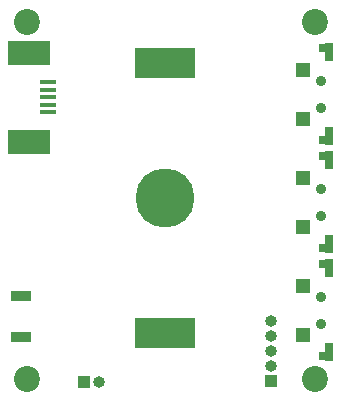
<source format=gbs>
G04 #@! TF.FileFunction,Soldermask,Bot*
%FSLAX46Y46*%
G04 Gerber Fmt 4.6, Leading zero omitted, Abs format (unit mm)*
G04 Created by KiCad (PCBNEW 4.0.5) date 04/27/18 19:00:17*
%MOMM*%
%LPD*%
G01*
G04 APERTURE LIST*
%ADD10C,0.100000*%
%ADD11R,3.600000X2.000000*%
%ADD12R,1.380000X0.400000*%
%ADD13R,1.000000X1.000000*%
%ADD14O,1.000000X1.000000*%
%ADD15R,5.100000X2.500000*%
%ADD16C,5.000000*%
%ADD17R,1.700000X0.900000*%
%ADD18C,2.200000*%
%ADD19C,0.900000*%
%ADD20R,1.300000X0.800000*%
%ADD21R,0.800000X1.500000*%
%ADD22R,1.200000X1.200000*%
G04 APERTURE END LIST*
D10*
D11*
X103367000Y-66538000D03*
X103367000Y-58938000D03*
D12*
X104902000Y-64008000D03*
X104902000Y-62738000D03*
X104902000Y-61468000D03*
X104902000Y-63373000D03*
X104902000Y-62103000D03*
D13*
X123825000Y-86741000D03*
D14*
X123825000Y-85471000D03*
X123825000Y-84201000D03*
X123825000Y-82931000D03*
X123825000Y-81661000D03*
D15*
X114808000Y-82697000D03*
X114808000Y-59797000D03*
D16*
X114808000Y-71247000D03*
D17*
X102616000Y-79580000D03*
X102616000Y-82980000D03*
D18*
X103124000Y-86614000D03*
X127508000Y-56388000D03*
X127508000Y-86614000D03*
X103124000Y-56388000D03*
D13*
X107950000Y-86868000D03*
D14*
X109220000Y-86868000D03*
D19*
X128016000Y-79622000D03*
X128016000Y-81922000D03*
D20*
X128466000Y-84672000D03*
X128466000Y-76872000D03*
D21*
X128716000Y-84322000D03*
X128716000Y-77222000D03*
D22*
X126566000Y-82872000D03*
X126566000Y-78672000D03*
D19*
X128016000Y-70478000D03*
X128016000Y-72778000D03*
D20*
X128466000Y-75528000D03*
X128466000Y-67728000D03*
D21*
X128716000Y-75178000D03*
X128716000Y-68078000D03*
D22*
X126566000Y-73728000D03*
X126566000Y-69528000D03*
D19*
X128016000Y-61334000D03*
X128016000Y-63634000D03*
D20*
X128466000Y-66384000D03*
X128466000Y-58584000D03*
D21*
X128716000Y-66034000D03*
X128716000Y-58934000D03*
D22*
X126566000Y-64584000D03*
X126566000Y-60384000D03*
M02*

</source>
